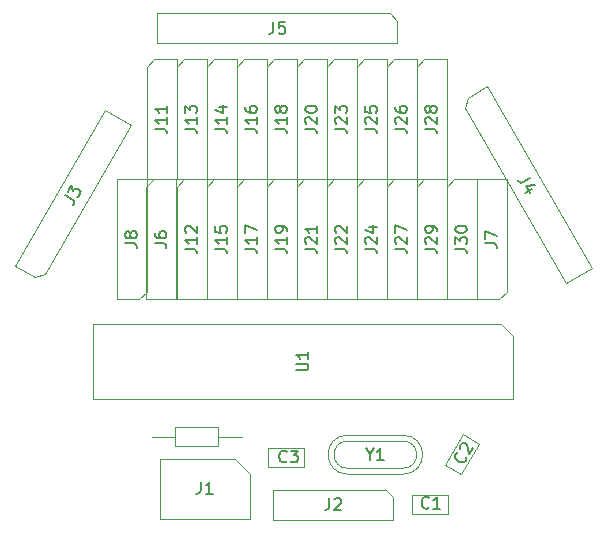
<source format=gbr>
G04 #@! TF.FileFunction,Other,Fab,Top*
%FSLAX46Y46*%
G04 Gerber Fmt 4.6, Leading zero omitted, Abs format (unit mm)*
G04 Created by KiCad (PCBNEW 4.0.7-e2-6376~58~ubuntu14.04.1) date Sat Apr 21 16:58:32 2018*
%MOMM*%
%LPD*%
G01*
G04 APERTURE LIST*
%ADD10C,0.100000*%
%ADD11C,0.150000*%
G04 APERTURE END LIST*
D10*
X167034926Y-106057352D02*
X165385148Y-105104852D01*
X165385148Y-105104852D02*
X173005148Y-91906625D01*
X173005148Y-91906625D02*
X175204852Y-93176625D01*
X175204852Y-93176625D02*
X167902352Y-105824926D01*
X167902352Y-105824926D02*
X167034926Y-106057352D01*
X185250000Y-122760000D02*
X185250000Y-126570000D01*
X185250000Y-126570000D02*
X177630000Y-126570000D01*
X177630000Y-126570000D02*
X177630000Y-121490000D01*
X177630000Y-121490000D02*
X183980000Y-121490000D01*
X183980000Y-121490000D02*
X185250000Y-122760000D01*
X197410000Y-124705000D02*
X197410000Y-126610000D01*
X197410000Y-126610000D02*
X187250000Y-126610000D01*
X187250000Y-126610000D02*
X187250000Y-124070000D01*
X187250000Y-124070000D02*
X196775000Y-124070000D01*
X196775000Y-124070000D02*
X197410000Y-124705000D01*
X182550000Y-120400000D02*
X182550000Y-118800000D01*
X182550000Y-118800000D02*
X178950000Y-118800000D01*
X178950000Y-118800000D02*
X178950000Y-120400000D01*
X178950000Y-120400000D02*
X182550000Y-120400000D01*
X184560000Y-119600000D02*
X182550000Y-119600000D01*
X176940000Y-119600000D02*
X178950000Y-119600000D01*
X203705074Y-90867943D02*
X205354852Y-89915443D01*
X205354852Y-89915443D02*
X214244852Y-105313374D01*
X214244852Y-105313374D02*
X212045148Y-106583374D01*
X212045148Y-106583374D02*
X203472648Y-91735369D01*
X203472648Y-91735369D02*
X203705074Y-90867943D01*
X193540000Y-119450000D02*
X198240000Y-119450000D01*
X193540000Y-122750000D02*
X198240000Y-122750000D01*
X193540000Y-119950000D02*
X198240000Y-119950000D01*
X193540000Y-122250000D02*
X198240000Y-122250000D01*
X193540000Y-122750000D02*
G75*
G02X193540000Y-119450000I0J1650000D01*
G01*
X198240000Y-122750000D02*
G75*
G03X198240000Y-119450000I0J1650000D01*
G01*
X193540000Y-122250000D02*
G75*
G02X193540000Y-119950000I0J1150000D01*
G01*
X198240000Y-122250000D02*
G75*
G03X198240000Y-119950000I0J1150000D01*
G01*
X207540000Y-111025000D02*
X207540000Y-116375000D01*
X207540000Y-116375000D02*
X171980000Y-116375000D01*
X171980000Y-116375000D02*
X171980000Y-110025000D01*
X171980000Y-110025000D02*
X206540000Y-110025000D01*
X206540000Y-110025000D02*
X207540000Y-111025000D01*
X199020000Y-124540000D02*
X199020000Y-126140000D01*
X199020000Y-126140000D02*
X202020000Y-126140000D01*
X202020000Y-126140000D02*
X202020000Y-124540000D01*
X202020000Y-124540000D02*
X199020000Y-124540000D01*
X204657820Y-120183494D02*
X203272180Y-119383494D01*
X203272180Y-119383494D02*
X201772180Y-121981570D01*
X201772180Y-121981570D02*
X203157820Y-122781570D01*
X203157820Y-122781570D02*
X204657820Y-120183494D01*
X186840000Y-120580000D02*
X186840000Y-122180000D01*
X186840000Y-122180000D02*
X189840000Y-122180000D01*
X189840000Y-122180000D02*
X189840000Y-120580000D01*
X189840000Y-120580000D02*
X186840000Y-120580000D01*
X206375000Y-107950000D02*
X204470000Y-107950000D01*
X204470000Y-107950000D02*
X204470000Y-97790000D01*
X204470000Y-97790000D02*
X207010000Y-97790000D01*
X207010000Y-97790000D02*
X207010000Y-107315000D01*
X207010000Y-107315000D02*
X206375000Y-107950000D01*
X175895000Y-107950000D02*
X173990000Y-107950000D01*
X173990000Y-107950000D02*
X173990000Y-97790000D01*
X173990000Y-97790000D02*
X176530000Y-97790000D01*
X176530000Y-97790000D02*
X176530000Y-107315000D01*
X176530000Y-107315000D02*
X175895000Y-107950000D01*
X177115000Y-97790000D02*
X179020000Y-97790000D01*
X179020000Y-97790000D02*
X179020000Y-107950000D01*
X179020000Y-107950000D02*
X176480000Y-107950000D01*
X176480000Y-107950000D02*
X176480000Y-98425000D01*
X176480000Y-98425000D02*
X177115000Y-97790000D01*
X177165000Y-87630000D02*
X179070000Y-87630000D01*
X179070000Y-87630000D02*
X179070000Y-97790000D01*
X179070000Y-97790000D02*
X176530000Y-97790000D01*
X176530000Y-97790000D02*
X176530000Y-88265000D01*
X176530000Y-88265000D02*
X177165000Y-87630000D01*
X179705000Y-97790000D02*
X181610000Y-97790000D01*
X181610000Y-97790000D02*
X181610000Y-107950000D01*
X181610000Y-107950000D02*
X179070000Y-107950000D01*
X179070000Y-107950000D02*
X179070000Y-98425000D01*
X179070000Y-98425000D02*
X179705000Y-97790000D01*
X179705000Y-87630000D02*
X181610000Y-87630000D01*
X181610000Y-87630000D02*
X181610000Y-97790000D01*
X181610000Y-97790000D02*
X179070000Y-97790000D01*
X179070000Y-97790000D02*
X179070000Y-88265000D01*
X179070000Y-88265000D02*
X179705000Y-87630000D01*
X182245000Y-87630000D02*
X184150000Y-87630000D01*
X184150000Y-87630000D02*
X184150000Y-97790000D01*
X184150000Y-97790000D02*
X181610000Y-97790000D01*
X181610000Y-97790000D02*
X181610000Y-88265000D01*
X181610000Y-88265000D02*
X182245000Y-87630000D01*
X182245000Y-97790000D02*
X184150000Y-97790000D01*
X184150000Y-97790000D02*
X184150000Y-107950000D01*
X184150000Y-107950000D02*
X181610000Y-107950000D01*
X181610000Y-107950000D02*
X181610000Y-98425000D01*
X181610000Y-98425000D02*
X182245000Y-97790000D01*
X184785000Y-87630000D02*
X186690000Y-87630000D01*
X186690000Y-87630000D02*
X186690000Y-97790000D01*
X186690000Y-97790000D02*
X184150000Y-97790000D01*
X184150000Y-97790000D02*
X184150000Y-88265000D01*
X184150000Y-88265000D02*
X184785000Y-87630000D01*
X184785000Y-97790000D02*
X186690000Y-97790000D01*
X186690000Y-97790000D02*
X186690000Y-107950000D01*
X186690000Y-107950000D02*
X184150000Y-107950000D01*
X184150000Y-107950000D02*
X184150000Y-98425000D01*
X184150000Y-98425000D02*
X184785000Y-97790000D01*
X187325000Y-87630000D02*
X189230000Y-87630000D01*
X189230000Y-87630000D02*
X189230000Y-97790000D01*
X189230000Y-97790000D02*
X186690000Y-97790000D01*
X186690000Y-97790000D02*
X186690000Y-88265000D01*
X186690000Y-88265000D02*
X187325000Y-87630000D01*
X187325000Y-97790000D02*
X189230000Y-97790000D01*
X189230000Y-97790000D02*
X189230000Y-107950000D01*
X189230000Y-107950000D02*
X186690000Y-107950000D01*
X186690000Y-107950000D02*
X186690000Y-98425000D01*
X186690000Y-98425000D02*
X187325000Y-97790000D01*
X189865000Y-87630000D02*
X191770000Y-87630000D01*
X191770000Y-87630000D02*
X191770000Y-97790000D01*
X191770000Y-97790000D02*
X189230000Y-97790000D01*
X189230000Y-97790000D02*
X189230000Y-88265000D01*
X189230000Y-88265000D02*
X189865000Y-87630000D01*
X189865000Y-97790000D02*
X191770000Y-97790000D01*
X191770000Y-97790000D02*
X191770000Y-107950000D01*
X191770000Y-107950000D02*
X189230000Y-107950000D01*
X189230000Y-107950000D02*
X189230000Y-98425000D01*
X189230000Y-98425000D02*
X189865000Y-97790000D01*
X192405000Y-97790000D02*
X194310000Y-97790000D01*
X194310000Y-97790000D02*
X194310000Y-107950000D01*
X194310000Y-107950000D02*
X191770000Y-107950000D01*
X191770000Y-107950000D02*
X191770000Y-98425000D01*
X191770000Y-98425000D02*
X192405000Y-97790000D01*
X192405000Y-87630000D02*
X194310000Y-87630000D01*
X194310000Y-87630000D02*
X194310000Y-97790000D01*
X194310000Y-97790000D02*
X191770000Y-97790000D01*
X191770000Y-97790000D02*
X191770000Y-88265000D01*
X191770000Y-88265000D02*
X192405000Y-87630000D01*
X194945000Y-97790000D02*
X196850000Y-97790000D01*
X196850000Y-97790000D02*
X196850000Y-107950000D01*
X196850000Y-107950000D02*
X194310000Y-107950000D01*
X194310000Y-107950000D02*
X194310000Y-98425000D01*
X194310000Y-98425000D02*
X194945000Y-97790000D01*
X194945000Y-87630000D02*
X196850000Y-87630000D01*
X196850000Y-87630000D02*
X196850000Y-97790000D01*
X196850000Y-97790000D02*
X194310000Y-97790000D01*
X194310000Y-97790000D02*
X194310000Y-88265000D01*
X194310000Y-88265000D02*
X194945000Y-87630000D01*
X197485000Y-87630000D02*
X199390000Y-87630000D01*
X199390000Y-87630000D02*
X199390000Y-97790000D01*
X199390000Y-97790000D02*
X196850000Y-97790000D01*
X196850000Y-97790000D02*
X196850000Y-88265000D01*
X196850000Y-88265000D02*
X197485000Y-87630000D01*
X197485000Y-97790000D02*
X199390000Y-97790000D01*
X199390000Y-97790000D02*
X199390000Y-107950000D01*
X199390000Y-107950000D02*
X196850000Y-107950000D01*
X196850000Y-107950000D02*
X196850000Y-98425000D01*
X196850000Y-98425000D02*
X197485000Y-97790000D01*
X200025000Y-87630000D02*
X201930000Y-87630000D01*
X201930000Y-87630000D02*
X201930000Y-97790000D01*
X201930000Y-97790000D02*
X199390000Y-97790000D01*
X199390000Y-97790000D02*
X199390000Y-88265000D01*
X199390000Y-88265000D02*
X200025000Y-87630000D01*
X200025000Y-97790000D02*
X201930000Y-97790000D01*
X201930000Y-97790000D02*
X201930000Y-107950000D01*
X201930000Y-107950000D02*
X199390000Y-107950000D01*
X199390000Y-107950000D02*
X199390000Y-98425000D01*
X199390000Y-98425000D02*
X200025000Y-97790000D01*
X202565000Y-97790000D02*
X204470000Y-97790000D01*
X204470000Y-97790000D02*
X204470000Y-107950000D01*
X204470000Y-107950000D02*
X201930000Y-107950000D01*
X201930000Y-107950000D02*
X201930000Y-98425000D01*
X201930000Y-98425000D02*
X202565000Y-97790000D01*
X197760000Y-84375000D02*
X197760000Y-86280000D01*
X197760000Y-86280000D02*
X177440000Y-86280000D01*
X177440000Y-86280000D02*
X177440000Y-83740000D01*
X177440000Y-83740000D02*
X197125000Y-83740000D01*
X197125000Y-83740000D02*
X197760000Y-84375000D01*
D11*
X169654082Y-99155604D02*
X170272671Y-99512747D01*
X170372579Y-99625416D01*
X170407439Y-99755514D01*
X170377249Y-99903041D01*
X170329630Y-99985519D01*
X169844558Y-98825690D02*
X170154082Y-98289579D01*
X170317329Y-98768731D01*
X170388758Y-98645012D01*
X170477616Y-98586343D01*
X170542665Y-98568913D01*
X170648954Y-98575293D01*
X170855150Y-98694341D01*
X170913819Y-98783199D01*
X170931249Y-98848248D01*
X170924869Y-98954536D01*
X170782011Y-99201972D01*
X170693153Y-99260641D01*
X170628104Y-99278071D01*
X181106667Y-123402381D02*
X181106667Y-124116667D01*
X181059047Y-124259524D01*
X180963809Y-124354762D01*
X180820952Y-124402381D01*
X180725714Y-124402381D01*
X182106667Y-124402381D02*
X181535238Y-124402381D01*
X181820952Y-124402381D02*
X181820952Y-123402381D01*
X181725714Y-123545238D01*
X181630476Y-123640476D01*
X181535238Y-123688095D01*
X191996667Y-124792381D02*
X191996667Y-125506667D01*
X191949047Y-125649524D01*
X191853809Y-125744762D01*
X191710952Y-125792381D01*
X191615714Y-125792381D01*
X192425238Y-124887619D02*
X192472857Y-124840000D01*
X192568095Y-124792381D01*
X192806191Y-124792381D01*
X192901429Y-124840000D01*
X192949048Y-124887619D01*
X192996667Y-124982857D01*
X192996667Y-125078095D01*
X192949048Y-125220952D01*
X192377619Y-125792381D01*
X192996667Y-125792381D01*
X209007585Y-97686925D02*
X208388996Y-98044068D01*
X208241468Y-98074256D01*
X208111370Y-98039396D01*
X207998703Y-97939488D01*
X207951084Y-97857010D01*
X209171292Y-98637138D02*
X208593941Y-98970472D01*
X209382158Y-98240465D02*
X208644520Y-98391412D01*
X208954044Y-98927523D01*
X195413809Y-121076190D02*
X195413809Y-121552381D01*
X195080476Y-120552381D02*
X195413809Y-121076190D01*
X195747143Y-120552381D01*
X196604286Y-121552381D02*
X196032857Y-121552381D01*
X196318571Y-121552381D02*
X196318571Y-120552381D01*
X196223333Y-120695238D01*
X196128095Y-120790476D01*
X196032857Y-120838095D01*
X189212381Y-113961905D02*
X190021905Y-113961905D01*
X190117143Y-113914286D01*
X190164762Y-113866667D01*
X190212381Y-113771429D01*
X190212381Y-113580952D01*
X190164762Y-113485714D01*
X190117143Y-113438095D01*
X190021905Y-113390476D01*
X189212381Y-113390476D01*
X190212381Y-112390476D02*
X190212381Y-112961905D01*
X190212381Y-112676191D02*
X189212381Y-112676191D01*
X189355238Y-112771429D01*
X189450476Y-112866667D01*
X189498095Y-112961905D01*
X200421950Y-125570925D02*
X200374331Y-125618544D01*
X200231474Y-125666163D01*
X200136236Y-125666163D01*
X199993378Y-125618544D01*
X199898140Y-125523306D01*
X199850521Y-125428068D01*
X199802902Y-125237592D01*
X199802902Y-125094734D01*
X199850521Y-124904258D01*
X199898140Y-124809020D01*
X199993378Y-124713782D01*
X200136236Y-124666163D01*
X200231474Y-124666163D01*
X200374331Y-124713782D01*
X200421950Y-124761401D01*
X201374331Y-125666163D02*
X200802902Y-125666163D01*
X201088616Y-125666163D02*
X201088616Y-124666163D01*
X200993378Y-124809020D01*
X200898140Y-124904258D01*
X200802902Y-124951877D01*
X203585244Y-121315536D02*
X203602674Y-121380585D01*
X203572484Y-121528113D01*
X203524865Y-121610591D01*
X203412197Y-121710500D01*
X203282100Y-121745360D01*
X203175812Y-121738980D01*
X202987045Y-121684981D01*
X202863326Y-121613552D01*
X202722179Y-121477075D01*
X202663510Y-121388217D01*
X202628650Y-121258119D01*
X202658840Y-121110591D01*
X202706459Y-121028113D01*
X202819127Y-120928204D01*
X202884176Y-120910774D01*
X203074652Y-120580860D02*
X203057222Y-120515812D01*
X203063602Y-120409524D01*
X203182650Y-120203326D01*
X203271508Y-120144657D01*
X203336557Y-120127228D01*
X203442845Y-120133607D01*
X203525323Y-120181226D01*
X203625231Y-120293894D01*
X203834389Y-121074481D01*
X204143913Y-120538369D01*
X188373334Y-121657143D02*
X188325715Y-121704762D01*
X188182858Y-121752381D01*
X188087620Y-121752381D01*
X187944762Y-121704762D01*
X187849524Y-121609524D01*
X187801905Y-121514286D01*
X187754286Y-121323810D01*
X187754286Y-121180952D01*
X187801905Y-120990476D01*
X187849524Y-120895238D01*
X187944762Y-120800000D01*
X188087620Y-120752381D01*
X188182858Y-120752381D01*
X188325715Y-120800000D01*
X188373334Y-120847619D01*
X188706667Y-120752381D02*
X189325715Y-120752381D01*
X188992381Y-121133333D01*
X189135239Y-121133333D01*
X189230477Y-121180952D01*
X189278096Y-121228571D01*
X189325715Y-121323810D01*
X189325715Y-121561905D01*
X189278096Y-121657143D01*
X189230477Y-121704762D01*
X189135239Y-121752381D01*
X188849524Y-121752381D01*
X188754286Y-121704762D01*
X188706667Y-121657143D01*
X205192381Y-103203333D02*
X205906667Y-103203333D01*
X206049524Y-103250953D01*
X206144762Y-103346191D01*
X206192381Y-103489048D01*
X206192381Y-103584286D01*
X205192381Y-102822381D02*
X205192381Y-102155714D01*
X206192381Y-102584286D01*
X174712381Y-103203333D02*
X175426667Y-103203333D01*
X175569524Y-103250953D01*
X175664762Y-103346191D01*
X175712381Y-103489048D01*
X175712381Y-103584286D01*
X175140952Y-102584286D02*
X175093333Y-102679524D01*
X175045714Y-102727143D01*
X174950476Y-102774762D01*
X174902857Y-102774762D01*
X174807619Y-102727143D01*
X174760000Y-102679524D01*
X174712381Y-102584286D01*
X174712381Y-102393809D01*
X174760000Y-102298571D01*
X174807619Y-102250952D01*
X174902857Y-102203333D01*
X174950476Y-102203333D01*
X175045714Y-102250952D01*
X175093333Y-102298571D01*
X175140952Y-102393809D01*
X175140952Y-102584286D01*
X175188571Y-102679524D01*
X175236190Y-102727143D01*
X175331429Y-102774762D01*
X175521905Y-102774762D01*
X175617143Y-102727143D01*
X175664762Y-102679524D01*
X175712381Y-102584286D01*
X175712381Y-102393809D01*
X175664762Y-102298571D01*
X175617143Y-102250952D01*
X175521905Y-102203333D01*
X175331429Y-102203333D01*
X175236190Y-102250952D01*
X175188571Y-102298571D01*
X175140952Y-102393809D01*
X177202381Y-103203333D02*
X177916667Y-103203333D01*
X178059524Y-103250953D01*
X178154762Y-103346191D01*
X178202381Y-103489048D01*
X178202381Y-103584286D01*
X177202381Y-102298571D02*
X177202381Y-102489048D01*
X177250000Y-102584286D01*
X177297619Y-102631905D01*
X177440476Y-102727143D01*
X177630952Y-102774762D01*
X178011905Y-102774762D01*
X178107143Y-102727143D01*
X178154762Y-102679524D01*
X178202381Y-102584286D01*
X178202381Y-102393809D01*
X178154762Y-102298571D01*
X178107143Y-102250952D01*
X178011905Y-102203333D01*
X177773810Y-102203333D01*
X177678571Y-102250952D01*
X177630952Y-102298571D01*
X177583333Y-102393809D01*
X177583333Y-102584286D01*
X177630952Y-102679524D01*
X177678571Y-102727143D01*
X177773810Y-102774762D01*
X177252381Y-93519523D02*
X177966667Y-93519523D01*
X178109524Y-93567143D01*
X178204762Y-93662381D01*
X178252381Y-93805238D01*
X178252381Y-93900476D01*
X178252381Y-92519523D02*
X178252381Y-93090952D01*
X178252381Y-92805238D02*
X177252381Y-92805238D01*
X177395238Y-92900476D01*
X177490476Y-92995714D01*
X177538095Y-93090952D01*
X178252381Y-91567142D02*
X178252381Y-92138571D01*
X178252381Y-91852857D02*
X177252381Y-91852857D01*
X177395238Y-91948095D01*
X177490476Y-92043333D01*
X177538095Y-92138571D01*
X179792381Y-103679523D02*
X180506667Y-103679523D01*
X180649524Y-103727143D01*
X180744762Y-103822381D01*
X180792381Y-103965238D01*
X180792381Y-104060476D01*
X180792381Y-102679523D02*
X180792381Y-103250952D01*
X180792381Y-102965238D02*
X179792381Y-102965238D01*
X179935238Y-103060476D01*
X180030476Y-103155714D01*
X180078095Y-103250952D01*
X179887619Y-102298571D02*
X179840000Y-102250952D01*
X179792381Y-102155714D01*
X179792381Y-101917618D01*
X179840000Y-101822380D01*
X179887619Y-101774761D01*
X179982857Y-101727142D01*
X180078095Y-101727142D01*
X180220952Y-101774761D01*
X180792381Y-102346190D01*
X180792381Y-101727142D01*
X179792381Y-93519523D02*
X180506667Y-93519523D01*
X180649524Y-93567143D01*
X180744762Y-93662381D01*
X180792381Y-93805238D01*
X180792381Y-93900476D01*
X180792381Y-92519523D02*
X180792381Y-93090952D01*
X180792381Y-92805238D02*
X179792381Y-92805238D01*
X179935238Y-92900476D01*
X180030476Y-92995714D01*
X180078095Y-93090952D01*
X179792381Y-92186190D02*
X179792381Y-91567142D01*
X180173333Y-91900476D01*
X180173333Y-91757618D01*
X180220952Y-91662380D01*
X180268571Y-91614761D01*
X180363810Y-91567142D01*
X180601905Y-91567142D01*
X180697143Y-91614761D01*
X180744762Y-91662380D01*
X180792381Y-91757618D01*
X180792381Y-92043333D01*
X180744762Y-92138571D01*
X180697143Y-92186190D01*
X182332381Y-93519523D02*
X183046667Y-93519523D01*
X183189524Y-93567143D01*
X183284762Y-93662381D01*
X183332381Y-93805238D01*
X183332381Y-93900476D01*
X183332381Y-92519523D02*
X183332381Y-93090952D01*
X183332381Y-92805238D02*
X182332381Y-92805238D01*
X182475238Y-92900476D01*
X182570476Y-92995714D01*
X182618095Y-93090952D01*
X182665714Y-91662380D02*
X183332381Y-91662380D01*
X182284762Y-91900476D02*
X182999048Y-92138571D01*
X182999048Y-91519523D01*
X182332381Y-103679523D02*
X183046667Y-103679523D01*
X183189524Y-103727143D01*
X183284762Y-103822381D01*
X183332381Y-103965238D01*
X183332381Y-104060476D01*
X183332381Y-102679523D02*
X183332381Y-103250952D01*
X183332381Y-102965238D02*
X182332381Y-102965238D01*
X182475238Y-103060476D01*
X182570476Y-103155714D01*
X182618095Y-103250952D01*
X182332381Y-101774761D02*
X182332381Y-102250952D01*
X182808571Y-102298571D01*
X182760952Y-102250952D01*
X182713333Y-102155714D01*
X182713333Y-101917618D01*
X182760952Y-101822380D01*
X182808571Y-101774761D01*
X182903810Y-101727142D01*
X183141905Y-101727142D01*
X183237143Y-101774761D01*
X183284762Y-101822380D01*
X183332381Y-101917618D01*
X183332381Y-102155714D01*
X183284762Y-102250952D01*
X183237143Y-102298571D01*
X184872381Y-93519523D02*
X185586667Y-93519523D01*
X185729524Y-93567143D01*
X185824762Y-93662381D01*
X185872381Y-93805238D01*
X185872381Y-93900476D01*
X185872381Y-92519523D02*
X185872381Y-93090952D01*
X185872381Y-92805238D02*
X184872381Y-92805238D01*
X185015238Y-92900476D01*
X185110476Y-92995714D01*
X185158095Y-93090952D01*
X184872381Y-91662380D02*
X184872381Y-91852857D01*
X184920000Y-91948095D01*
X184967619Y-91995714D01*
X185110476Y-92090952D01*
X185300952Y-92138571D01*
X185681905Y-92138571D01*
X185777143Y-92090952D01*
X185824762Y-92043333D01*
X185872381Y-91948095D01*
X185872381Y-91757618D01*
X185824762Y-91662380D01*
X185777143Y-91614761D01*
X185681905Y-91567142D01*
X185443810Y-91567142D01*
X185348571Y-91614761D01*
X185300952Y-91662380D01*
X185253333Y-91757618D01*
X185253333Y-91948095D01*
X185300952Y-92043333D01*
X185348571Y-92090952D01*
X185443810Y-92138571D01*
X184872381Y-103679523D02*
X185586667Y-103679523D01*
X185729524Y-103727143D01*
X185824762Y-103822381D01*
X185872381Y-103965238D01*
X185872381Y-104060476D01*
X185872381Y-102679523D02*
X185872381Y-103250952D01*
X185872381Y-102965238D02*
X184872381Y-102965238D01*
X185015238Y-103060476D01*
X185110476Y-103155714D01*
X185158095Y-103250952D01*
X184872381Y-102346190D02*
X184872381Y-101679523D01*
X185872381Y-102108095D01*
X187412381Y-93519523D02*
X188126667Y-93519523D01*
X188269524Y-93567143D01*
X188364762Y-93662381D01*
X188412381Y-93805238D01*
X188412381Y-93900476D01*
X188412381Y-92519523D02*
X188412381Y-93090952D01*
X188412381Y-92805238D02*
X187412381Y-92805238D01*
X187555238Y-92900476D01*
X187650476Y-92995714D01*
X187698095Y-93090952D01*
X187840952Y-91948095D02*
X187793333Y-92043333D01*
X187745714Y-92090952D01*
X187650476Y-92138571D01*
X187602857Y-92138571D01*
X187507619Y-92090952D01*
X187460000Y-92043333D01*
X187412381Y-91948095D01*
X187412381Y-91757618D01*
X187460000Y-91662380D01*
X187507619Y-91614761D01*
X187602857Y-91567142D01*
X187650476Y-91567142D01*
X187745714Y-91614761D01*
X187793333Y-91662380D01*
X187840952Y-91757618D01*
X187840952Y-91948095D01*
X187888571Y-92043333D01*
X187936190Y-92090952D01*
X188031429Y-92138571D01*
X188221905Y-92138571D01*
X188317143Y-92090952D01*
X188364762Y-92043333D01*
X188412381Y-91948095D01*
X188412381Y-91757618D01*
X188364762Y-91662380D01*
X188317143Y-91614761D01*
X188221905Y-91567142D01*
X188031429Y-91567142D01*
X187936190Y-91614761D01*
X187888571Y-91662380D01*
X187840952Y-91757618D01*
X187412381Y-103679523D02*
X188126667Y-103679523D01*
X188269524Y-103727143D01*
X188364762Y-103822381D01*
X188412381Y-103965238D01*
X188412381Y-104060476D01*
X188412381Y-102679523D02*
X188412381Y-103250952D01*
X188412381Y-102965238D02*
X187412381Y-102965238D01*
X187555238Y-103060476D01*
X187650476Y-103155714D01*
X187698095Y-103250952D01*
X188412381Y-102203333D02*
X188412381Y-102012857D01*
X188364762Y-101917618D01*
X188317143Y-101869999D01*
X188174286Y-101774761D01*
X187983810Y-101727142D01*
X187602857Y-101727142D01*
X187507619Y-101774761D01*
X187460000Y-101822380D01*
X187412381Y-101917618D01*
X187412381Y-102108095D01*
X187460000Y-102203333D01*
X187507619Y-102250952D01*
X187602857Y-102298571D01*
X187840952Y-102298571D01*
X187936190Y-102250952D01*
X187983810Y-102203333D01*
X188031429Y-102108095D01*
X188031429Y-101917618D01*
X187983810Y-101822380D01*
X187936190Y-101774761D01*
X187840952Y-101727142D01*
X189952381Y-93519523D02*
X190666667Y-93519523D01*
X190809524Y-93567143D01*
X190904762Y-93662381D01*
X190952381Y-93805238D01*
X190952381Y-93900476D01*
X190047619Y-93090952D02*
X190000000Y-93043333D01*
X189952381Y-92948095D01*
X189952381Y-92709999D01*
X190000000Y-92614761D01*
X190047619Y-92567142D01*
X190142857Y-92519523D01*
X190238095Y-92519523D01*
X190380952Y-92567142D01*
X190952381Y-93138571D01*
X190952381Y-92519523D01*
X189952381Y-91900476D02*
X189952381Y-91805237D01*
X190000000Y-91709999D01*
X190047619Y-91662380D01*
X190142857Y-91614761D01*
X190333333Y-91567142D01*
X190571429Y-91567142D01*
X190761905Y-91614761D01*
X190857143Y-91662380D01*
X190904762Y-91709999D01*
X190952381Y-91805237D01*
X190952381Y-91900476D01*
X190904762Y-91995714D01*
X190857143Y-92043333D01*
X190761905Y-92090952D01*
X190571429Y-92138571D01*
X190333333Y-92138571D01*
X190142857Y-92090952D01*
X190047619Y-92043333D01*
X190000000Y-91995714D01*
X189952381Y-91900476D01*
X189952381Y-103679523D02*
X190666667Y-103679523D01*
X190809524Y-103727143D01*
X190904762Y-103822381D01*
X190952381Y-103965238D01*
X190952381Y-104060476D01*
X190047619Y-103250952D02*
X190000000Y-103203333D01*
X189952381Y-103108095D01*
X189952381Y-102869999D01*
X190000000Y-102774761D01*
X190047619Y-102727142D01*
X190142857Y-102679523D01*
X190238095Y-102679523D01*
X190380952Y-102727142D01*
X190952381Y-103298571D01*
X190952381Y-102679523D01*
X190952381Y-101727142D02*
X190952381Y-102298571D01*
X190952381Y-102012857D02*
X189952381Y-102012857D01*
X190095238Y-102108095D01*
X190190476Y-102203333D01*
X190238095Y-102298571D01*
X192492381Y-103679523D02*
X193206667Y-103679523D01*
X193349524Y-103727143D01*
X193444762Y-103822381D01*
X193492381Y-103965238D01*
X193492381Y-104060476D01*
X192587619Y-103250952D02*
X192540000Y-103203333D01*
X192492381Y-103108095D01*
X192492381Y-102869999D01*
X192540000Y-102774761D01*
X192587619Y-102727142D01*
X192682857Y-102679523D01*
X192778095Y-102679523D01*
X192920952Y-102727142D01*
X193492381Y-103298571D01*
X193492381Y-102679523D01*
X192587619Y-102298571D02*
X192540000Y-102250952D01*
X192492381Y-102155714D01*
X192492381Y-101917618D01*
X192540000Y-101822380D01*
X192587619Y-101774761D01*
X192682857Y-101727142D01*
X192778095Y-101727142D01*
X192920952Y-101774761D01*
X193492381Y-102346190D01*
X193492381Y-101727142D01*
X192492381Y-93519523D02*
X193206667Y-93519523D01*
X193349524Y-93567143D01*
X193444762Y-93662381D01*
X193492381Y-93805238D01*
X193492381Y-93900476D01*
X192587619Y-93090952D02*
X192540000Y-93043333D01*
X192492381Y-92948095D01*
X192492381Y-92709999D01*
X192540000Y-92614761D01*
X192587619Y-92567142D01*
X192682857Y-92519523D01*
X192778095Y-92519523D01*
X192920952Y-92567142D01*
X193492381Y-93138571D01*
X193492381Y-92519523D01*
X192492381Y-92186190D02*
X192492381Y-91567142D01*
X192873333Y-91900476D01*
X192873333Y-91757618D01*
X192920952Y-91662380D01*
X192968571Y-91614761D01*
X193063810Y-91567142D01*
X193301905Y-91567142D01*
X193397143Y-91614761D01*
X193444762Y-91662380D01*
X193492381Y-91757618D01*
X193492381Y-92043333D01*
X193444762Y-92138571D01*
X193397143Y-92186190D01*
X195032381Y-103679523D02*
X195746667Y-103679523D01*
X195889524Y-103727143D01*
X195984762Y-103822381D01*
X196032381Y-103965238D01*
X196032381Y-104060476D01*
X195127619Y-103250952D02*
X195080000Y-103203333D01*
X195032381Y-103108095D01*
X195032381Y-102869999D01*
X195080000Y-102774761D01*
X195127619Y-102727142D01*
X195222857Y-102679523D01*
X195318095Y-102679523D01*
X195460952Y-102727142D01*
X196032381Y-103298571D01*
X196032381Y-102679523D01*
X195365714Y-101822380D02*
X196032381Y-101822380D01*
X194984762Y-102060476D02*
X195699048Y-102298571D01*
X195699048Y-101679523D01*
X195032381Y-93519523D02*
X195746667Y-93519523D01*
X195889524Y-93567143D01*
X195984762Y-93662381D01*
X196032381Y-93805238D01*
X196032381Y-93900476D01*
X195127619Y-93090952D02*
X195080000Y-93043333D01*
X195032381Y-92948095D01*
X195032381Y-92709999D01*
X195080000Y-92614761D01*
X195127619Y-92567142D01*
X195222857Y-92519523D01*
X195318095Y-92519523D01*
X195460952Y-92567142D01*
X196032381Y-93138571D01*
X196032381Y-92519523D01*
X195032381Y-91614761D02*
X195032381Y-92090952D01*
X195508571Y-92138571D01*
X195460952Y-92090952D01*
X195413333Y-91995714D01*
X195413333Y-91757618D01*
X195460952Y-91662380D01*
X195508571Y-91614761D01*
X195603810Y-91567142D01*
X195841905Y-91567142D01*
X195937143Y-91614761D01*
X195984762Y-91662380D01*
X196032381Y-91757618D01*
X196032381Y-91995714D01*
X195984762Y-92090952D01*
X195937143Y-92138571D01*
X197572381Y-93519523D02*
X198286667Y-93519523D01*
X198429524Y-93567143D01*
X198524762Y-93662381D01*
X198572381Y-93805238D01*
X198572381Y-93900476D01*
X197667619Y-93090952D02*
X197620000Y-93043333D01*
X197572381Y-92948095D01*
X197572381Y-92709999D01*
X197620000Y-92614761D01*
X197667619Y-92567142D01*
X197762857Y-92519523D01*
X197858095Y-92519523D01*
X198000952Y-92567142D01*
X198572381Y-93138571D01*
X198572381Y-92519523D01*
X197572381Y-91662380D02*
X197572381Y-91852857D01*
X197620000Y-91948095D01*
X197667619Y-91995714D01*
X197810476Y-92090952D01*
X198000952Y-92138571D01*
X198381905Y-92138571D01*
X198477143Y-92090952D01*
X198524762Y-92043333D01*
X198572381Y-91948095D01*
X198572381Y-91757618D01*
X198524762Y-91662380D01*
X198477143Y-91614761D01*
X198381905Y-91567142D01*
X198143810Y-91567142D01*
X198048571Y-91614761D01*
X198000952Y-91662380D01*
X197953333Y-91757618D01*
X197953333Y-91948095D01*
X198000952Y-92043333D01*
X198048571Y-92090952D01*
X198143810Y-92138571D01*
X197572381Y-103679523D02*
X198286667Y-103679523D01*
X198429524Y-103727143D01*
X198524762Y-103822381D01*
X198572381Y-103965238D01*
X198572381Y-104060476D01*
X197667619Y-103250952D02*
X197620000Y-103203333D01*
X197572381Y-103108095D01*
X197572381Y-102869999D01*
X197620000Y-102774761D01*
X197667619Y-102727142D01*
X197762857Y-102679523D01*
X197858095Y-102679523D01*
X198000952Y-102727142D01*
X198572381Y-103298571D01*
X198572381Y-102679523D01*
X197572381Y-102346190D02*
X197572381Y-101679523D01*
X198572381Y-102108095D01*
X200112381Y-93519523D02*
X200826667Y-93519523D01*
X200969524Y-93567143D01*
X201064762Y-93662381D01*
X201112381Y-93805238D01*
X201112381Y-93900476D01*
X200207619Y-93090952D02*
X200160000Y-93043333D01*
X200112381Y-92948095D01*
X200112381Y-92709999D01*
X200160000Y-92614761D01*
X200207619Y-92567142D01*
X200302857Y-92519523D01*
X200398095Y-92519523D01*
X200540952Y-92567142D01*
X201112381Y-93138571D01*
X201112381Y-92519523D01*
X200540952Y-91948095D02*
X200493333Y-92043333D01*
X200445714Y-92090952D01*
X200350476Y-92138571D01*
X200302857Y-92138571D01*
X200207619Y-92090952D01*
X200160000Y-92043333D01*
X200112381Y-91948095D01*
X200112381Y-91757618D01*
X200160000Y-91662380D01*
X200207619Y-91614761D01*
X200302857Y-91567142D01*
X200350476Y-91567142D01*
X200445714Y-91614761D01*
X200493333Y-91662380D01*
X200540952Y-91757618D01*
X200540952Y-91948095D01*
X200588571Y-92043333D01*
X200636190Y-92090952D01*
X200731429Y-92138571D01*
X200921905Y-92138571D01*
X201017143Y-92090952D01*
X201064762Y-92043333D01*
X201112381Y-91948095D01*
X201112381Y-91757618D01*
X201064762Y-91662380D01*
X201017143Y-91614761D01*
X200921905Y-91567142D01*
X200731429Y-91567142D01*
X200636190Y-91614761D01*
X200588571Y-91662380D01*
X200540952Y-91757618D01*
X200112381Y-103679523D02*
X200826667Y-103679523D01*
X200969524Y-103727143D01*
X201064762Y-103822381D01*
X201112381Y-103965238D01*
X201112381Y-104060476D01*
X200207619Y-103250952D02*
X200160000Y-103203333D01*
X200112381Y-103108095D01*
X200112381Y-102869999D01*
X200160000Y-102774761D01*
X200207619Y-102727142D01*
X200302857Y-102679523D01*
X200398095Y-102679523D01*
X200540952Y-102727142D01*
X201112381Y-103298571D01*
X201112381Y-102679523D01*
X201112381Y-102203333D02*
X201112381Y-102012857D01*
X201064762Y-101917618D01*
X201017143Y-101869999D01*
X200874286Y-101774761D01*
X200683810Y-101727142D01*
X200302857Y-101727142D01*
X200207619Y-101774761D01*
X200160000Y-101822380D01*
X200112381Y-101917618D01*
X200112381Y-102108095D01*
X200160000Y-102203333D01*
X200207619Y-102250952D01*
X200302857Y-102298571D01*
X200540952Y-102298571D01*
X200636190Y-102250952D01*
X200683810Y-102203333D01*
X200731429Y-102108095D01*
X200731429Y-101917618D01*
X200683810Y-101822380D01*
X200636190Y-101774761D01*
X200540952Y-101727142D01*
X202652381Y-103679523D02*
X203366667Y-103679523D01*
X203509524Y-103727143D01*
X203604762Y-103822381D01*
X203652381Y-103965238D01*
X203652381Y-104060476D01*
X202652381Y-103298571D02*
X202652381Y-102679523D01*
X203033333Y-103012857D01*
X203033333Y-102869999D01*
X203080952Y-102774761D01*
X203128571Y-102727142D01*
X203223810Y-102679523D01*
X203461905Y-102679523D01*
X203557143Y-102727142D01*
X203604762Y-102774761D01*
X203652381Y-102869999D01*
X203652381Y-103155714D01*
X203604762Y-103250952D01*
X203557143Y-103298571D01*
X202652381Y-102060476D02*
X202652381Y-101965237D01*
X202700000Y-101869999D01*
X202747619Y-101822380D01*
X202842857Y-101774761D01*
X203033333Y-101727142D01*
X203271429Y-101727142D01*
X203461905Y-101774761D01*
X203557143Y-101822380D01*
X203604762Y-101869999D01*
X203652381Y-101965237D01*
X203652381Y-102060476D01*
X203604762Y-102155714D01*
X203557143Y-102203333D01*
X203461905Y-102250952D01*
X203271429Y-102298571D01*
X203033333Y-102298571D01*
X202842857Y-102250952D01*
X202747619Y-102203333D01*
X202700000Y-102155714D01*
X202652381Y-102060476D01*
X187266667Y-84462381D02*
X187266667Y-85176667D01*
X187219047Y-85319524D01*
X187123809Y-85414762D01*
X186980952Y-85462381D01*
X186885714Y-85462381D01*
X188219048Y-84462381D02*
X187742857Y-84462381D01*
X187695238Y-84938571D01*
X187742857Y-84890952D01*
X187838095Y-84843333D01*
X188076191Y-84843333D01*
X188171429Y-84890952D01*
X188219048Y-84938571D01*
X188266667Y-85033810D01*
X188266667Y-85271905D01*
X188219048Y-85367143D01*
X188171429Y-85414762D01*
X188076191Y-85462381D01*
X187838095Y-85462381D01*
X187742857Y-85414762D01*
X187695238Y-85367143D01*
M02*

</source>
